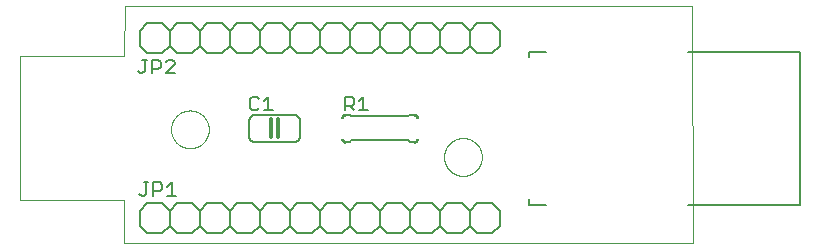
<source format=gto>
G75*
%MOIN*%
%OFA0B0*%
%FSLAX25Y25*%
%IPPOS*%
%LPD*%
%AMOC8*
5,1,8,0,0,1.08239X$1,22.5*
%
%ADD10C,0.00000*%
%ADD11C,0.00500*%
%ADD12C,0.00600*%
%ADD13C,0.01200*%
%ADD14C,0.00060*%
D10*
X0035742Y0004543D02*
X0225421Y0004380D01*
X0225257Y0083418D01*
X0036116Y0083287D01*
X0035913Y0066626D01*
X0001142Y0066829D01*
X0001000Y0018636D01*
X0035777Y0018636D01*
X0035742Y0004543D01*
X0142509Y0033078D02*
X0142511Y0033236D01*
X0142517Y0033394D01*
X0142527Y0033552D01*
X0142541Y0033710D01*
X0142559Y0033867D01*
X0142580Y0034024D01*
X0142606Y0034180D01*
X0142636Y0034336D01*
X0142669Y0034491D01*
X0142707Y0034644D01*
X0142748Y0034797D01*
X0142793Y0034949D01*
X0142842Y0035100D01*
X0142895Y0035249D01*
X0142951Y0035397D01*
X0143011Y0035543D01*
X0143075Y0035688D01*
X0143143Y0035831D01*
X0143214Y0035973D01*
X0143288Y0036113D01*
X0143366Y0036250D01*
X0143448Y0036386D01*
X0143532Y0036520D01*
X0143621Y0036651D01*
X0143712Y0036780D01*
X0143807Y0036907D01*
X0143904Y0037032D01*
X0144005Y0037154D01*
X0144109Y0037273D01*
X0144216Y0037390D01*
X0144326Y0037504D01*
X0144439Y0037615D01*
X0144554Y0037724D01*
X0144672Y0037829D01*
X0144793Y0037931D01*
X0144916Y0038031D01*
X0145042Y0038127D01*
X0145170Y0038220D01*
X0145300Y0038310D01*
X0145433Y0038396D01*
X0145568Y0038480D01*
X0145704Y0038559D01*
X0145843Y0038636D01*
X0145984Y0038708D01*
X0146126Y0038778D01*
X0146270Y0038843D01*
X0146416Y0038905D01*
X0146563Y0038963D01*
X0146712Y0039018D01*
X0146862Y0039069D01*
X0147013Y0039116D01*
X0147165Y0039159D01*
X0147318Y0039198D01*
X0147473Y0039234D01*
X0147628Y0039265D01*
X0147784Y0039293D01*
X0147940Y0039317D01*
X0148097Y0039337D01*
X0148255Y0039353D01*
X0148412Y0039365D01*
X0148571Y0039373D01*
X0148729Y0039377D01*
X0148887Y0039377D01*
X0149045Y0039373D01*
X0149204Y0039365D01*
X0149361Y0039353D01*
X0149519Y0039337D01*
X0149676Y0039317D01*
X0149832Y0039293D01*
X0149988Y0039265D01*
X0150143Y0039234D01*
X0150298Y0039198D01*
X0150451Y0039159D01*
X0150603Y0039116D01*
X0150754Y0039069D01*
X0150904Y0039018D01*
X0151053Y0038963D01*
X0151200Y0038905D01*
X0151346Y0038843D01*
X0151490Y0038778D01*
X0151632Y0038708D01*
X0151773Y0038636D01*
X0151912Y0038559D01*
X0152048Y0038480D01*
X0152183Y0038396D01*
X0152316Y0038310D01*
X0152446Y0038220D01*
X0152574Y0038127D01*
X0152700Y0038031D01*
X0152823Y0037931D01*
X0152944Y0037829D01*
X0153062Y0037724D01*
X0153177Y0037615D01*
X0153290Y0037504D01*
X0153400Y0037390D01*
X0153507Y0037273D01*
X0153611Y0037154D01*
X0153712Y0037032D01*
X0153809Y0036907D01*
X0153904Y0036780D01*
X0153995Y0036651D01*
X0154084Y0036520D01*
X0154168Y0036386D01*
X0154250Y0036250D01*
X0154328Y0036113D01*
X0154402Y0035973D01*
X0154473Y0035831D01*
X0154541Y0035688D01*
X0154605Y0035543D01*
X0154665Y0035397D01*
X0154721Y0035249D01*
X0154774Y0035100D01*
X0154823Y0034949D01*
X0154868Y0034797D01*
X0154909Y0034644D01*
X0154947Y0034491D01*
X0154980Y0034336D01*
X0155010Y0034180D01*
X0155036Y0034024D01*
X0155057Y0033867D01*
X0155075Y0033710D01*
X0155089Y0033552D01*
X0155099Y0033394D01*
X0155105Y0033236D01*
X0155107Y0033078D01*
X0155105Y0032920D01*
X0155099Y0032762D01*
X0155089Y0032604D01*
X0155075Y0032446D01*
X0155057Y0032289D01*
X0155036Y0032132D01*
X0155010Y0031976D01*
X0154980Y0031820D01*
X0154947Y0031665D01*
X0154909Y0031512D01*
X0154868Y0031359D01*
X0154823Y0031207D01*
X0154774Y0031056D01*
X0154721Y0030907D01*
X0154665Y0030759D01*
X0154605Y0030613D01*
X0154541Y0030468D01*
X0154473Y0030325D01*
X0154402Y0030183D01*
X0154328Y0030043D01*
X0154250Y0029906D01*
X0154168Y0029770D01*
X0154084Y0029636D01*
X0153995Y0029505D01*
X0153904Y0029376D01*
X0153809Y0029249D01*
X0153712Y0029124D01*
X0153611Y0029002D01*
X0153507Y0028883D01*
X0153400Y0028766D01*
X0153290Y0028652D01*
X0153177Y0028541D01*
X0153062Y0028432D01*
X0152944Y0028327D01*
X0152823Y0028225D01*
X0152700Y0028125D01*
X0152574Y0028029D01*
X0152446Y0027936D01*
X0152316Y0027846D01*
X0152183Y0027760D01*
X0152048Y0027676D01*
X0151912Y0027597D01*
X0151773Y0027520D01*
X0151632Y0027448D01*
X0151490Y0027378D01*
X0151346Y0027313D01*
X0151200Y0027251D01*
X0151053Y0027193D01*
X0150904Y0027138D01*
X0150754Y0027087D01*
X0150603Y0027040D01*
X0150451Y0026997D01*
X0150298Y0026958D01*
X0150143Y0026922D01*
X0149988Y0026891D01*
X0149832Y0026863D01*
X0149676Y0026839D01*
X0149519Y0026819D01*
X0149361Y0026803D01*
X0149204Y0026791D01*
X0149045Y0026783D01*
X0148887Y0026779D01*
X0148729Y0026779D01*
X0148571Y0026783D01*
X0148412Y0026791D01*
X0148255Y0026803D01*
X0148097Y0026819D01*
X0147940Y0026839D01*
X0147784Y0026863D01*
X0147628Y0026891D01*
X0147473Y0026922D01*
X0147318Y0026958D01*
X0147165Y0026997D01*
X0147013Y0027040D01*
X0146862Y0027087D01*
X0146712Y0027138D01*
X0146563Y0027193D01*
X0146416Y0027251D01*
X0146270Y0027313D01*
X0146126Y0027378D01*
X0145984Y0027448D01*
X0145843Y0027520D01*
X0145704Y0027597D01*
X0145568Y0027676D01*
X0145433Y0027760D01*
X0145300Y0027846D01*
X0145170Y0027936D01*
X0145042Y0028029D01*
X0144916Y0028125D01*
X0144793Y0028225D01*
X0144672Y0028327D01*
X0144554Y0028432D01*
X0144439Y0028541D01*
X0144326Y0028652D01*
X0144216Y0028766D01*
X0144109Y0028883D01*
X0144005Y0029002D01*
X0143904Y0029124D01*
X0143807Y0029249D01*
X0143712Y0029376D01*
X0143621Y0029505D01*
X0143532Y0029636D01*
X0143448Y0029770D01*
X0143366Y0029906D01*
X0143288Y0030043D01*
X0143214Y0030183D01*
X0143143Y0030325D01*
X0143075Y0030468D01*
X0143011Y0030613D01*
X0142951Y0030759D01*
X0142895Y0030907D01*
X0142842Y0031056D01*
X0142793Y0031207D01*
X0142748Y0031359D01*
X0142707Y0031512D01*
X0142669Y0031665D01*
X0142636Y0031820D01*
X0142606Y0031976D01*
X0142580Y0032132D01*
X0142559Y0032289D01*
X0142541Y0032446D01*
X0142527Y0032604D01*
X0142517Y0032762D01*
X0142511Y0032920D01*
X0142509Y0033078D01*
X0051494Y0042278D02*
X0051496Y0042436D01*
X0051502Y0042594D01*
X0051512Y0042752D01*
X0051526Y0042910D01*
X0051544Y0043067D01*
X0051565Y0043224D01*
X0051591Y0043380D01*
X0051621Y0043536D01*
X0051654Y0043691D01*
X0051692Y0043844D01*
X0051733Y0043997D01*
X0051778Y0044149D01*
X0051827Y0044300D01*
X0051880Y0044449D01*
X0051936Y0044597D01*
X0051996Y0044743D01*
X0052060Y0044888D01*
X0052128Y0045031D01*
X0052199Y0045173D01*
X0052273Y0045313D01*
X0052351Y0045450D01*
X0052433Y0045586D01*
X0052517Y0045720D01*
X0052606Y0045851D01*
X0052697Y0045980D01*
X0052792Y0046107D01*
X0052889Y0046232D01*
X0052990Y0046354D01*
X0053094Y0046473D01*
X0053201Y0046590D01*
X0053311Y0046704D01*
X0053424Y0046815D01*
X0053539Y0046924D01*
X0053657Y0047029D01*
X0053778Y0047131D01*
X0053901Y0047231D01*
X0054027Y0047327D01*
X0054155Y0047420D01*
X0054285Y0047510D01*
X0054418Y0047596D01*
X0054553Y0047680D01*
X0054689Y0047759D01*
X0054828Y0047836D01*
X0054969Y0047908D01*
X0055111Y0047978D01*
X0055255Y0048043D01*
X0055401Y0048105D01*
X0055548Y0048163D01*
X0055697Y0048218D01*
X0055847Y0048269D01*
X0055998Y0048316D01*
X0056150Y0048359D01*
X0056303Y0048398D01*
X0056458Y0048434D01*
X0056613Y0048465D01*
X0056769Y0048493D01*
X0056925Y0048517D01*
X0057082Y0048537D01*
X0057240Y0048553D01*
X0057397Y0048565D01*
X0057556Y0048573D01*
X0057714Y0048577D01*
X0057872Y0048577D01*
X0058030Y0048573D01*
X0058189Y0048565D01*
X0058346Y0048553D01*
X0058504Y0048537D01*
X0058661Y0048517D01*
X0058817Y0048493D01*
X0058973Y0048465D01*
X0059128Y0048434D01*
X0059283Y0048398D01*
X0059436Y0048359D01*
X0059588Y0048316D01*
X0059739Y0048269D01*
X0059889Y0048218D01*
X0060038Y0048163D01*
X0060185Y0048105D01*
X0060331Y0048043D01*
X0060475Y0047978D01*
X0060617Y0047908D01*
X0060758Y0047836D01*
X0060897Y0047759D01*
X0061033Y0047680D01*
X0061168Y0047596D01*
X0061301Y0047510D01*
X0061431Y0047420D01*
X0061559Y0047327D01*
X0061685Y0047231D01*
X0061808Y0047131D01*
X0061929Y0047029D01*
X0062047Y0046924D01*
X0062162Y0046815D01*
X0062275Y0046704D01*
X0062385Y0046590D01*
X0062492Y0046473D01*
X0062596Y0046354D01*
X0062697Y0046232D01*
X0062794Y0046107D01*
X0062889Y0045980D01*
X0062980Y0045851D01*
X0063069Y0045720D01*
X0063153Y0045586D01*
X0063235Y0045450D01*
X0063313Y0045313D01*
X0063387Y0045173D01*
X0063458Y0045031D01*
X0063526Y0044888D01*
X0063590Y0044743D01*
X0063650Y0044597D01*
X0063706Y0044449D01*
X0063759Y0044300D01*
X0063808Y0044149D01*
X0063853Y0043997D01*
X0063894Y0043844D01*
X0063932Y0043691D01*
X0063965Y0043536D01*
X0063995Y0043380D01*
X0064021Y0043224D01*
X0064042Y0043067D01*
X0064060Y0042910D01*
X0064074Y0042752D01*
X0064084Y0042594D01*
X0064090Y0042436D01*
X0064092Y0042278D01*
X0064090Y0042120D01*
X0064084Y0041962D01*
X0064074Y0041804D01*
X0064060Y0041646D01*
X0064042Y0041489D01*
X0064021Y0041332D01*
X0063995Y0041176D01*
X0063965Y0041020D01*
X0063932Y0040865D01*
X0063894Y0040712D01*
X0063853Y0040559D01*
X0063808Y0040407D01*
X0063759Y0040256D01*
X0063706Y0040107D01*
X0063650Y0039959D01*
X0063590Y0039813D01*
X0063526Y0039668D01*
X0063458Y0039525D01*
X0063387Y0039383D01*
X0063313Y0039243D01*
X0063235Y0039106D01*
X0063153Y0038970D01*
X0063069Y0038836D01*
X0062980Y0038705D01*
X0062889Y0038576D01*
X0062794Y0038449D01*
X0062697Y0038324D01*
X0062596Y0038202D01*
X0062492Y0038083D01*
X0062385Y0037966D01*
X0062275Y0037852D01*
X0062162Y0037741D01*
X0062047Y0037632D01*
X0061929Y0037527D01*
X0061808Y0037425D01*
X0061685Y0037325D01*
X0061559Y0037229D01*
X0061431Y0037136D01*
X0061301Y0037046D01*
X0061168Y0036960D01*
X0061033Y0036876D01*
X0060897Y0036797D01*
X0060758Y0036720D01*
X0060617Y0036648D01*
X0060475Y0036578D01*
X0060331Y0036513D01*
X0060185Y0036451D01*
X0060038Y0036393D01*
X0059889Y0036338D01*
X0059739Y0036287D01*
X0059588Y0036240D01*
X0059436Y0036197D01*
X0059283Y0036158D01*
X0059128Y0036122D01*
X0058973Y0036091D01*
X0058817Y0036063D01*
X0058661Y0036039D01*
X0058504Y0036019D01*
X0058346Y0036003D01*
X0058189Y0035991D01*
X0058030Y0035983D01*
X0057872Y0035979D01*
X0057714Y0035979D01*
X0057556Y0035983D01*
X0057397Y0035991D01*
X0057240Y0036003D01*
X0057082Y0036019D01*
X0056925Y0036039D01*
X0056769Y0036063D01*
X0056613Y0036091D01*
X0056458Y0036122D01*
X0056303Y0036158D01*
X0056150Y0036197D01*
X0055998Y0036240D01*
X0055847Y0036287D01*
X0055697Y0036338D01*
X0055548Y0036393D01*
X0055401Y0036451D01*
X0055255Y0036513D01*
X0055111Y0036578D01*
X0054969Y0036648D01*
X0054828Y0036720D01*
X0054689Y0036797D01*
X0054553Y0036876D01*
X0054418Y0036960D01*
X0054285Y0037046D01*
X0054155Y0037136D01*
X0054027Y0037229D01*
X0053901Y0037325D01*
X0053778Y0037425D01*
X0053657Y0037527D01*
X0053539Y0037632D01*
X0053424Y0037741D01*
X0053311Y0037852D01*
X0053201Y0037966D01*
X0053094Y0038083D01*
X0052990Y0038202D01*
X0052889Y0038324D01*
X0052792Y0038449D01*
X0052697Y0038576D01*
X0052606Y0038705D01*
X0052517Y0038836D01*
X0052433Y0038970D01*
X0052351Y0039106D01*
X0052273Y0039243D01*
X0052199Y0039383D01*
X0052128Y0039525D01*
X0052060Y0039668D01*
X0051996Y0039813D01*
X0051936Y0039959D01*
X0051880Y0040107D01*
X0051827Y0040256D01*
X0051778Y0040407D01*
X0051733Y0040559D01*
X0051692Y0040712D01*
X0051654Y0040865D01*
X0051621Y0041020D01*
X0051591Y0041176D01*
X0051565Y0041332D01*
X0051544Y0041489D01*
X0051526Y0041646D01*
X0051512Y0041804D01*
X0051502Y0041962D01*
X0051496Y0042120D01*
X0051494Y0042278D01*
D11*
X0077773Y0049385D02*
X0078524Y0048634D01*
X0080025Y0048634D01*
X0080776Y0049385D01*
X0082377Y0048634D02*
X0085380Y0048634D01*
X0083878Y0048634D02*
X0083878Y0053138D01*
X0082377Y0051636D01*
X0080776Y0052387D02*
X0080025Y0053138D01*
X0078524Y0053138D01*
X0077773Y0052387D01*
X0077773Y0049385D01*
X0109525Y0050135D02*
X0111777Y0050135D01*
X0112528Y0050886D01*
X0112528Y0052387D01*
X0111777Y0053138D01*
X0109525Y0053138D01*
X0109525Y0048634D01*
X0111027Y0050135D02*
X0112528Y0048634D01*
X0114129Y0048634D02*
X0117132Y0048634D01*
X0115630Y0048634D02*
X0115630Y0053138D01*
X0114129Y0051636D01*
X0170735Y0066258D02*
X0170735Y0068226D01*
X0176641Y0068226D01*
X0223885Y0068226D02*
X0261286Y0068226D01*
X0261286Y0017045D01*
X0223885Y0017045D01*
X0176641Y0017045D02*
X0170735Y0017045D01*
X0170735Y0019014D01*
X0053171Y0020086D02*
X0050169Y0020086D01*
X0051670Y0020086D02*
X0051670Y0024590D01*
X0050169Y0023088D01*
X0048567Y0022338D02*
X0047817Y0021587D01*
X0045565Y0021587D01*
X0043213Y0020837D02*
X0043213Y0024590D01*
X0043963Y0024590D02*
X0042462Y0024590D01*
X0045565Y0024590D02*
X0047817Y0024590D01*
X0048567Y0023839D01*
X0048567Y0022338D01*
X0045565Y0020086D02*
X0045565Y0024590D01*
X0043213Y0020837D02*
X0042462Y0020086D01*
X0041711Y0020086D01*
X0040961Y0020837D01*
X0041195Y0060974D02*
X0041946Y0060974D01*
X0042696Y0061725D01*
X0042696Y0065478D01*
X0041946Y0065478D02*
X0043447Y0065478D01*
X0045048Y0065478D02*
X0047300Y0065478D01*
X0048051Y0064728D01*
X0048051Y0063226D01*
X0047300Y0062476D01*
X0045048Y0062476D01*
X0045048Y0060974D02*
X0045048Y0065478D01*
X0049652Y0064728D02*
X0050403Y0065478D01*
X0051904Y0065478D01*
X0052655Y0064728D01*
X0052655Y0063977D01*
X0049652Y0060974D01*
X0052655Y0060974D01*
X0041195Y0060974D02*
X0040444Y0061725D01*
D12*
X0043511Y0067636D02*
X0048511Y0067636D01*
X0051011Y0070136D01*
X0053511Y0067636D01*
X0058511Y0067636D01*
X0061011Y0070136D01*
X0061011Y0075136D01*
X0058511Y0077636D01*
X0053511Y0077636D01*
X0051011Y0075136D01*
X0051011Y0070136D01*
X0043511Y0067636D02*
X0041011Y0070136D01*
X0041011Y0075136D01*
X0043511Y0077636D01*
X0048511Y0077636D01*
X0051011Y0075136D01*
X0061011Y0075136D02*
X0063511Y0077636D01*
X0068511Y0077636D01*
X0071011Y0075136D01*
X0073511Y0077636D01*
X0078511Y0077636D01*
X0081011Y0075136D01*
X0083511Y0077636D01*
X0088511Y0077636D01*
X0091011Y0075136D01*
X0091011Y0070136D01*
X0088511Y0067636D01*
X0083511Y0067636D01*
X0081011Y0070136D01*
X0078511Y0067636D01*
X0073511Y0067636D01*
X0071011Y0070136D01*
X0068511Y0067636D01*
X0063511Y0067636D01*
X0061011Y0070136D01*
X0071011Y0070136D02*
X0071011Y0075136D01*
X0081011Y0075136D02*
X0081011Y0070136D01*
X0091011Y0070136D02*
X0093511Y0067636D01*
X0098511Y0067636D01*
X0101011Y0070136D01*
X0103511Y0067636D01*
X0108511Y0067636D01*
X0111011Y0070136D01*
X0113511Y0067636D01*
X0118511Y0067636D01*
X0121011Y0070136D01*
X0121011Y0075136D01*
X0118511Y0077636D01*
X0113511Y0077636D01*
X0111011Y0075136D01*
X0111011Y0070136D01*
X0121011Y0070136D02*
X0123511Y0067636D01*
X0128511Y0067636D01*
X0131011Y0070136D01*
X0133511Y0067636D01*
X0138511Y0067636D01*
X0141011Y0070136D01*
X0143511Y0067636D01*
X0148511Y0067636D01*
X0151011Y0070136D01*
X0153511Y0067636D01*
X0158511Y0067636D01*
X0161011Y0070136D01*
X0161011Y0075136D01*
X0158511Y0077636D01*
X0153511Y0077636D01*
X0151011Y0075136D01*
X0151011Y0070136D01*
X0141011Y0070136D02*
X0141011Y0075136D01*
X0143511Y0077636D01*
X0148511Y0077636D01*
X0151011Y0075136D01*
X0141011Y0075136D02*
X0138511Y0077636D01*
X0133511Y0077636D01*
X0131011Y0075136D01*
X0131011Y0070136D01*
X0131011Y0075136D02*
X0128511Y0077636D01*
X0123511Y0077636D01*
X0121011Y0075136D01*
X0111011Y0075136D02*
X0108511Y0077636D01*
X0103511Y0077636D01*
X0101011Y0075136D01*
X0101011Y0070136D01*
X0101011Y0075136D02*
X0098511Y0077636D01*
X0093511Y0077636D01*
X0091011Y0075136D01*
X0092511Y0047136D02*
X0079511Y0047136D01*
X0079424Y0047134D01*
X0079337Y0047128D01*
X0079250Y0047119D01*
X0079164Y0047106D01*
X0079078Y0047089D01*
X0078993Y0047068D01*
X0078910Y0047043D01*
X0078827Y0047015D01*
X0078746Y0046984D01*
X0078666Y0046949D01*
X0078588Y0046910D01*
X0078511Y0046868D01*
X0078436Y0046823D01*
X0078364Y0046774D01*
X0078293Y0046723D01*
X0078225Y0046668D01*
X0078160Y0046611D01*
X0078097Y0046550D01*
X0078036Y0046487D01*
X0077979Y0046422D01*
X0077924Y0046354D01*
X0077873Y0046283D01*
X0077824Y0046211D01*
X0077779Y0046136D01*
X0077737Y0046059D01*
X0077698Y0045981D01*
X0077663Y0045901D01*
X0077632Y0045820D01*
X0077604Y0045737D01*
X0077579Y0045654D01*
X0077558Y0045569D01*
X0077541Y0045483D01*
X0077528Y0045397D01*
X0077519Y0045310D01*
X0077513Y0045223D01*
X0077511Y0045136D01*
X0077511Y0040136D01*
X0077513Y0040049D01*
X0077519Y0039962D01*
X0077528Y0039875D01*
X0077541Y0039789D01*
X0077558Y0039703D01*
X0077579Y0039618D01*
X0077604Y0039535D01*
X0077632Y0039452D01*
X0077663Y0039371D01*
X0077698Y0039291D01*
X0077737Y0039213D01*
X0077779Y0039136D01*
X0077824Y0039061D01*
X0077873Y0038989D01*
X0077924Y0038918D01*
X0077979Y0038850D01*
X0078036Y0038785D01*
X0078097Y0038722D01*
X0078160Y0038661D01*
X0078225Y0038604D01*
X0078293Y0038549D01*
X0078364Y0038498D01*
X0078436Y0038449D01*
X0078511Y0038404D01*
X0078588Y0038362D01*
X0078666Y0038323D01*
X0078746Y0038288D01*
X0078827Y0038257D01*
X0078910Y0038229D01*
X0078993Y0038204D01*
X0079078Y0038183D01*
X0079164Y0038166D01*
X0079250Y0038153D01*
X0079337Y0038144D01*
X0079424Y0038138D01*
X0079511Y0038136D01*
X0092511Y0038136D01*
X0092598Y0038138D01*
X0092685Y0038144D01*
X0092772Y0038153D01*
X0092858Y0038166D01*
X0092944Y0038183D01*
X0093029Y0038204D01*
X0093112Y0038229D01*
X0093195Y0038257D01*
X0093276Y0038288D01*
X0093356Y0038323D01*
X0093434Y0038362D01*
X0093511Y0038404D01*
X0093586Y0038449D01*
X0093658Y0038498D01*
X0093729Y0038549D01*
X0093797Y0038604D01*
X0093862Y0038661D01*
X0093925Y0038722D01*
X0093986Y0038785D01*
X0094043Y0038850D01*
X0094098Y0038918D01*
X0094149Y0038989D01*
X0094198Y0039061D01*
X0094243Y0039136D01*
X0094285Y0039213D01*
X0094324Y0039291D01*
X0094359Y0039371D01*
X0094390Y0039452D01*
X0094418Y0039535D01*
X0094443Y0039618D01*
X0094464Y0039703D01*
X0094481Y0039789D01*
X0094494Y0039875D01*
X0094503Y0039962D01*
X0094509Y0040049D01*
X0094511Y0040136D01*
X0094511Y0045136D01*
X0094509Y0045223D01*
X0094503Y0045310D01*
X0094494Y0045397D01*
X0094481Y0045483D01*
X0094464Y0045569D01*
X0094443Y0045654D01*
X0094418Y0045737D01*
X0094390Y0045820D01*
X0094359Y0045901D01*
X0094324Y0045981D01*
X0094285Y0046059D01*
X0094243Y0046136D01*
X0094198Y0046211D01*
X0094149Y0046283D01*
X0094098Y0046354D01*
X0094043Y0046422D01*
X0093986Y0046487D01*
X0093925Y0046550D01*
X0093862Y0046611D01*
X0093797Y0046668D01*
X0093729Y0046723D01*
X0093658Y0046774D01*
X0093586Y0046823D01*
X0093511Y0046868D01*
X0093434Y0046910D01*
X0093356Y0046949D01*
X0093276Y0046984D01*
X0093195Y0047015D01*
X0093112Y0047043D01*
X0093029Y0047068D01*
X0092944Y0047089D01*
X0092858Y0047106D01*
X0092772Y0047119D01*
X0092685Y0047128D01*
X0092598Y0047134D01*
X0092511Y0047136D01*
X0109511Y0047136D02*
X0111011Y0047136D01*
X0111511Y0046636D01*
X0130511Y0046636D01*
X0131011Y0047136D01*
X0132511Y0047136D01*
X0130511Y0038636D02*
X0111511Y0038636D01*
X0111011Y0038136D01*
X0109511Y0038136D01*
X0130511Y0038636D02*
X0131011Y0038136D01*
X0132511Y0038136D01*
X0133511Y0017636D02*
X0131011Y0015136D01*
X0131011Y0010136D01*
X0133511Y0007636D01*
X0138511Y0007636D01*
X0141011Y0010136D01*
X0143511Y0007636D01*
X0148511Y0007636D01*
X0151011Y0010136D01*
X0153511Y0007636D01*
X0158511Y0007636D01*
X0161011Y0010136D01*
X0161011Y0015136D01*
X0158511Y0017636D01*
X0153511Y0017636D01*
X0151011Y0015136D01*
X0151011Y0010136D01*
X0141011Y0010136D02*
X0141011Y0015136D01*
X0143511Y0017636D01*
X0148511Y0017636D01*
X0151011Y0015136D01*
X0141011Y0015136D02*
X0138511Y0017636D01*
X0133511Y0017636D01*
X0131011Y0015136D02*
X0128511Y0017636D01*
X0123511Y0017636D01*
X0121011Y0015136D01*
X0121011Y0010136D01*
X0118511Y0007636D01*
X0113511Y0007636D01*
X0111011Y0010136D01*
X0108511Y0007636D01*
X0103511Y0007636D01*
X0101011Y0010136D01*
X0098511Y0007636D01*
X0093511Y0007636D01*
X0091011Y0010136D01*
X0088511Y0007636D01*
X0083511Y0007636D01*
X0081011Y0010136D01*
X0078511Y0007636D01*
X0073511Y0007636D01*
X0071011Y0010136D01*
X0068511Y0007636D01*
X0063511Y0007636D01*
X0061011Y0010136D01*
X0058511Y0007636D01*
X0053511Y0007636D01*
X0051011Y0010136D01*
X0048511Y0007636D01*
X0043511Y0007636D01*
X0041011Y0010136D01*
X0041011Y0015136D01*
X0043511Y0017636D01*
X0048511Y0017636D01*
X0051011Y0015136D01*
X0053511Y0017636D01*
X0058511Y0017636D01*
X0061011Y0015136D01*
X0061011Y0010136D01*
X0071011Y0010136D02*
X0071011Y0015136D01*
X0073511Y0017636D01*
X0078511Y0017636D01*
X0081011Y0015136D01*
X0083511Y0017636D01*
X0088511Y0017636D01*
X0091011Y0015136D01*
X0091011Y0010136D01*
X0101011Y0010136D02*
X0101011Y0015136D01*
X0103511Y0017636D01*
X0108511Y0017636D01*
X0111011Y0015136D01*
X0113511Y0017636D01*
X0118511Y0017636D01*
X0121011Y0015136D01*
X0111011Y0015136D02*
X0111011Y0010136D01*
X0121011Y0010136D02*
X0123511Y0007636D01*
X0128511Y0007636D01*
X0131011Y0010136D01*
X0101011Y0015136D02*
X0098511Y0017636D01*
X0093511Y0017636D01*
X0091011Y0015136D01*
X0081011Y0015136D02*
X0081011Y0010136D01*
X0071011Y0015136D02*
X0068511Y0017636D01*
X0063511Y0017636D01*
X0061011Y0015136D01*
X0051011Y0015136D02*
X0051011Y0010136D01*
D13*
X0084811Y0039636D02*
X0084811Y0045636D01*
X0087311Y0045636D02*
X0087311Y0039636D01*
D14*
X0108242Y0039107D02*
X0108782Y0039107D01*
X0108782Y0039106D02*
X0108786Y0039054D01*
X0108793Y0039003D01*
X0108804Y0038953D01*
X0108819Y0038903D01*
X0108837Y0038855D01*
X0108859Y0038808D01*
X0108884Y0038762D01*
X0108912Y0038719D01*
X0108943Y0038678D01*
X0108977Y0038638D01*
X0109013Y0038602D01*
X0109053Y0038568D01*
X0109094Y0038537D01*
X0109137Y0038509D01*
X0109183Y0038484D01*
X0109230Y0038462D01*
X0109278Y0038444D01*
X0109328Y0038429D01*
X0109378Y0038418D01*
X0109429Y0038411D01*
X0109481Y0038407D01*
X0109482Y0037867D01*
X0109481Y0037866D01*
X0109412Y0037870D01*
X0109343Y0037877D01*
X0109275Y0037888D01*
X0109208Y0037903D01*
X0109141Y0037921D01*
X0109075Y0037943D01*
X0109011Y0037968D01*
X0108948Y0037997D01*
X0108887Y0038030D01*
X0108828Y0038065D01*
X0108771Y0038104D01*
X0108716Y0038146D01*
X0108663Y0038190D01*
X0108613Y0038238D01*
X0108565Y0038288D01*
X0108521Y0038341D01*
X0108479Y0038396D01*
X0108440Y0038453D01*
X0108405Y0038512D01*
X0108372Y0038573D01*
X0108343Y0038636D01*
X0108318Y0038700D01*
X0108296Y0038766D01*
X0108278Y0038833D01*
X0108263Y0038900D01*
X0108252Y0038968D01*
X0108245Y0039037D01*
X0108241Y0039106D01*
X0108297Y0039106D01*
X0108301Y0039038D01*
X0108308Y0038970D01*
X0108320Y0038902D01*
X0108335Y0038836D01*
X0108354Y0038770D01*
X0108376Y0038705D01*
X0108402Y0038642D01*
X0108432Y0038580D01*
X0108465Y0038520D01*
X0108501Y0038462D01*
X0108541Y0038407D01*
X0108583Y0038353D01*
X0108629Y0038302D01*
X0108677Y0038254D01*
X0108728Y0038208D01*
X0108782Y0038166D01*
X0108837Y0038126D01*
X0108895Y0038090D01*
X0108955Y0038057D01*
X0109017Y0038027D01*
X0109080Y0038001D01*
X0109145Y0037979D01*
X0109211Y0037960D01*
X0109277Y0037945D01*
X0109345Y0037933D01*
X0109413Y0037926D01*
X0109481Y0037922D01*
X0109481Y0037978D01*
X0109413Y0037982D01*
X0109346Y0037990D01*
X0109280Y0038001D01*
X0109214Y0038017D01*
X0109149Y0038036D01*
X0109085Y0038059D01*
X0109023Y0038086D01*
X0108963Y0038116D01*
X0108904Y0038150D01*
X0108847Y0038187D01*
X0108793Y0038227D01*
X0108741Y0038271D01*
X0108692Y0038317D01*
X0108646Y0038366D01*
X0108602Y0038418D01*
X0108562Y0038472D01*
X0108525Y0038529D01*
X0108491Y0038588D01*
X0108461Y0038648D01*
X0108434Y0038710D01*
X0108411Y0038774D01*
X0108392Y0038839D01*
X0108376Y0038905D01*
X0108365Y0038971D01*
X0108357Y0039038D01*
X0108353Y0039106D01*
X0108409Y0039106D01*
X0108413Y0039042D01*
X0108420Y0038978D01*
X0108431Y0038915D01*
X0108446Y0038852D01*
X0108465Y0038791D01*
X0108486Y0038730D01*
X0108512Y0038671D01*
X0108541Y0038614D01*
X0108573Y0038558D01*
X0108608Y0038504D01*
X0108646Y0038453D01*
X0108688Y0038404D01*
X0108732Y0038357D01*
X0108779Y0038313D01*
X0108828Y0038271D01*
X0108879Y0038233D01*
X0108933Y0038198D01*
X0108989Y0038166D01*
X0109046Y0038137D01*
X0109105Y0038111D01*
X0109166Y0038090D01*
X0109227Y0038071D01*
X0109290Y0038056D01*
X0109353Y0038045D01*
X0109417Y0038038D01*
X0109481Y0038034D01*
X0109481Y0038090D01*
X0109418Y0038094D01*
X0109355Y0038102D01*
X0109293Y0038113D01*
X0109231Y0038128D01*
X0109171Y0038147D01*
X0109111Y0038169D01*
X0109054Y0038195D01*
X0108998Y0038225D01*
X0108943Y0038257D01*
X0108891Y0038293D01*
X0108841Y0038332D01*
X0108794Y0038374D01*
X0108749Y0038419D01*
X0108707Y0038466D01*
X0108668Y0038516D01*
X0108632Y0038568D01*
X0108600Y0038623D01*
X0108570Y0038679D01*
X0108544Y0038736D01*
X0108522Y0038796D01*
X0108503Y0038856D01*
X0108488Y0038918D01*
X0108477Y0038980D01*
X0108469Y0039043D01*
X0108465Y0039106D01*
X0108521Y0039106D01*
X0108525Y0039044D01*
X0108533Y0038982D01*
X0108545Y0038921D01*
X0108560Y0038861D01*
X0108579Y0038801D01*
X0108602Y0038743D01*
X0108629Y0038687D01*
X0108659Y0038632D01*
X0108692Y0038580D01*
X0108729Y0038529D01*
X0108768Y0038481D01*
X0108811Y0038436D01*
X0108856Y0038393D01*
X0108904Y0038354D01*
X0108955Y0038317D01*
X0109007Y0038284D01*
X0109062Y0038254D01*
X0109118Y0038227D01*
X0109176Y0038204D01*
X0109236Y0038185D01*
X0109296Y0038170D01*
X0109357Y0038158D01*
X0109419Y0038150D01*
X0109481Y0038146D01*
X0109481Y0038202D01*
X0109423Y0038206D01*
X0109364Y0038214D01*
X0109307Y0038225D01*
X0109250Y0038239D01*
X0109194Y0038257D01*
X0109140Y0038279D01*
X0109087Y0038304D01*
X0109035Y0038332D01*
X0108986Y0038364D01*
X0108938Y0038398D01*
X0108893Y0038435D01*
X0108851Y0038476D01*
X0108810Y0038518D01*
X0108773Y0038563D01*
X0108739Y0038611D01*
X0108707Y0038660D01*
X0108679Y0038712D01*
X0108654Y0038765D01*
X0108632Y0038819D01*
X0108614Y0038875D01*
X0108600Y0038932D01*
X0108589Y0038989D01*
X0108581Y0039048D01*
X0108577Y0039106D01*
X0108634Y0039106D01*
X0108637Y0039049D01*
X0108645Y0038992D01*
X0108656Y0038936D01*
X0108671Y0038880D01*
X0108690Y0038826D01*
X0108712Y0038773D01*
X0108737Y0038722D01*
X0108766Y0038672D01*
X0108797Y0038624D01*
X0108832Y0038579D01*
X0108870Y0038536D01*
X0108911Y0038495D01*
X0108954Y0038457D01*
X0108999Y0038422D01*
X0109047Y0038391D01*
X0109097Y0038362D01*
X0109148Y0038337D01*
X0109201Y0038315D01*
X0109255Y0038296D01*
X0109311Y0038281D01*
X0109367Y0038270D01*
X0109424Y0038262D01*
X0109481Y0038259D01*
X0109481Y0038315D01*
X0109425Y0038318D01*
X0109370Y0038326D01*
X0109315Y0038338D01*
X0109261Y0038353D01*
X0109208Y0038372D01*
X0109157Y0038394D01*
X0109108Y0038420D01*
X0109060Y0038449D01*
X0109014Y0038481D01*
X0108971Y0038517D01*
X0108930Y0038555D01*
X0108892Y0038596D01*
X0108856Y0038639D01*
X0108824Y0038685D01*
X0108795Y0038733D01*
X0108769Y0038782D01*
X0108747Y0038833D01*
X0108728Y0038886D01*
X0108713Y0038940D01*
X0108701Y0038995D01*
X0108693Y0039050D01*
X0108690Y0039106D01*
X0108746Y0039106D01*
X0108750Y0039052D01*
X0108758Y0038998D01*
X0108769Y0038945D01*
X0108785Y0038893D01*
X0108804Y0038842D01*
X0108827Y0038792D01*
X0108853Y0038744D01*
X0108882Y0038699D01*
X0108915Y0038655D01*
X0108950Y0038614D01*
X0108989Y0038575D01*
X0109030Y0038540D01*
X0109074Y0038507D01*
X0109119Y0038478D01*
X0109167Y0038452D01*
X0109217Y0038429D01*
X0109268Y0038410D01*
X0109320Y0038394D01*
X0109373Y0038383D01*
X0109427Y0038375D01*
X0109481Y0038371D01*
X0109482Y0047405D02*
X0109482Y0046865D01*
X0109481Y0046865D02*
X0109429Y0046861D01*
X0109378Y0046854D01*
X0109328Y0046843D01*
X0109278Y0046828D01*
X0109230Y0046810D01*
X0109183Y0046788D01*
X0109137Y0046763D01*
X0109094Y0046735D01*
X0109053Y0046704D01*
X0109013Y0046670D01*
X0108977Y0046634D01*
X0108943Y0046594D01*
X0108912Y0046553D01*
X0108884Y0046510D01*
X0108859Y0046464D01*
X0108837Y0046417D01*
X0108819Y0046369D01*
X0108804Y0046319D01*
X0108793Y0046269D01*
X0108786Y0046218D01*
X0108782Y0046166D01*
X0108242Y0046165D01*
X0108241Y0046166D01*
X0108245Y0046235D01*
X0108252Y0046304D01*
X0108263Y0046372D01*
X0108278Y0046439D01*
X0108296Y0046506D01*
X0108318Y0046572D01*
X0108343Y0046636D01*
X0108372Y0046699D01*
X0108405Y0046760D01*
X0108440Y0046819D01*
X0108479Y0046876D01*
X0108521Y0046931D01*
X0108565Y0046984D01*
X0108613Y0047034D01*
X0108663Y0047082D01*
X0108716Y0047126D01*
X0108771Y0047168D01*
X0108828Y0047207D01*
X0108887Y0047242D01*
X0108948Y0047275D01*
X0109011Y0047304D01*
X0109075Y0047329D01*
X0109141Y0047351D01*
X0109208Y0047369D01*
X0109275Y0047384D01*
X0109343Y0047395D01*
X0109412Y0047402D01*
X0109481Y0047406D01*
X0109481Y0047350D01*
X0109413Y0047346D01*
X0109345Y0047339D01*
X0109277Y0047327D01*
X0109211Y0047312D01*
X0109145Y0047293D01*
X0109080Y0047271D01*
X0109017Y0047245D01*
X0108955Y0047215D01*
X0108895Y0047182D01*
X0108837Y0047146D01*
X0108782Y0047106D01*
X0108728Y0047064D01*
X0108677Y0047018D01*
X0108629Y0046970D01*
X0108583Y0046919D01*
X0108541Y0046865D01*
X0108501Y0046810D01*
X0108465Y0046752D01*
X0108432Y0046692D01*
X0108402Y0046630D01*
X0108376Y0046567D01*
X0108354Y0046502D01*
X0108335Y0046436D01*
X0108320Y0046370D01*
X0108308Y0046302D01*
X0108301Y0046234D01*
X0108297Y0046166D01*
X0108353Y0046166D01*
X0108357Y0046234D01*
X0108365Y0046301D01*
X0108376Y0046367D01*
X0108392Y0046433D01*
X0108411Y0046498D01*
X0108434Y0046562D01*
X0108461Y0046624D01*
X0108491Y0046684D01*
X0108525Y0046743D01*
X0108562Y0046800D01*
X0108602Y0046854D01*
X0108646Y0046906D01*
X0108692Y0046955D01*
X0108741Y0047001D01*
X0108793Y0047045D01*
X0108847Y0047085D01*
X0108904Y0047122D01*
X0108963Y0047156D01*
X0109023Y0047186D01*
X0109085Y0047213D01*
X0109149Y0047236D01*
X0109214Y0047255D01*
X0109280Y0047271D01*
X0109346Y0047282D01*
X0109413Y0047290D01*
X0109481Y0047294D01*
X0109481Y0047238D01*
X0109417Y0047234D01*
X0109353Y0047227D01*
X0109290Y0047216D01*
X0109227Y0047201D01*
X0109166Y0047182D01*
X0109105Y0047161D01*
X0109046Y0047135D01*
X0108989Y0047106D01*
X0108933Y0047074D01*
X0108879Y0047039D01*
X0108828Y0047001D01*
X0108779Y0046959D01*
X0108732Y0046915D01*
X0108688Y0046868D01*
X0108646Y0046819D01*
X0108608Y0046768D01*
X0108573Y0046714D01*
X0108541Y0046658D01*
X0108512Y0046601D01*
X0108486Y0046542D01*
X0108465Y0046481D01*
X0108446Y0046420D01*
X0108431Y0046357D01*
X0108420Y0046294D01*
X0108413Y0046230D01*
X0108409Y0046166D01*
X0108465Y0046166D01*
X0108469Y0046229D01*
X0108477Y0046292D01*
X0108488Y0046354D01*
X0108503Y0046416D01*
X0108522Y0046476D01*
X0108544Y0046536D01*
X0108570Y0046593D01*
X0108600Y0046649D01*
X0108632Y0046704D01*
X0108668Y0046756D01*
X0108707Y0046806D01*
X0108749Y0046853D01*
X0108794Y0046898D01*
X0108841Y0046940D01*
X0108891Y0046979D01*
X0108943Y0047015D01*
X0108998Y0047047D01*
X0109054Y0047077D01*
X0109111Y0047103D01*
X0109171Y0047125D01*
X0109231Y0047144D01*
X0109293Y0047159D01*
X0109355Y0047170D01*
X0109418Y0047178D01*
X0109481Y0047182D01*
X0109481Y0047126D01*
X0109419Y0047122D01*
X0109357Y0047114D01*
X0109296Y0047102D01*
X0109236Y0047087D01*
X0109176Y0047068D01*
X0109118Y0047045D01*
X0109062Y0047018D01*
X0109007Y0046988D01*
X0108955Y0046955D01*
X0108904Y0046918D01*
X0108856Y0046879D01*
X0108811Y0046836D01*
X0108768Y0046791D01*
X0108729Y0046743D01*
X0108692Y0046692D01*
X0108659Y0046640D01*
X0108629Y0046585D01*
X0108602Y0046529D01*
X0108579Y0046471D01*
X0108560Y0046411D01*
X0108545Y0046351D01*
X0108533Y0046290D01*
X0108525Y0046228D01*
X0108521Y0046166D01*
X0108577Y0046166D01*
X0108581Y0046224D01*
X0108589Y0046283D01*
X0108600Y0046340D01*
X0108614Y0046397D01*
X0108632Y0046453D01*
X0108654Y0046507D01*
X0108679Y0046560D01*
X0108707Y0046612D01*
X0108739Y0046661D01*
X0108773Y0046709D01*
X0108810Y0046754D01*
X0108851Y0046796D01*
X0108893Y0046837D01*
X0108938Y0046874D01*
X0108986Y0046908D01*
X0109035Y0046940D01*
X0109087Y0046968D01*
X0109140Y0046993D01*
X0109194Y0047015D01*
X0109250Y0047033D01*
X0109307Y0047047D01*
X0109364Y0047058D01*
X0109423Y0047066D01*
X0109481Y0047070D01*
X0109481Y0047013D01*
X0109424Y0047010D01*
X0109367Y0047002D01*
X0109311Y0046991D01*
X0109255Y0046976D01*
X0109201Y0046957D01*
X0109148Y0046935D01*
X0109097Y0046910D01*
X0109047Y0046881D01*
X0108999Y0046850D01*
X0108954Y0046815D01*
X0108911Y0046777D01*
X0108870Y0046736D01*
X0108832Y0046693D01*
X0108797Y0046648D01*
X0108766Y0046600D01*
X0108737Y0046550D01*
X0108712Y0046499D01*
X0108690Y0046446D01*
X0108671Y0046392D01*
X0108656Y0046336D01*
X0108645Y0046280D01*
X0108637Y0046223D01*
X0108634Y0046166D01*
X0108690Y0046166D01*
X0108693Y0046222D01*
X0108701Y0046277D01*
X0108713Y0046332D01*
X0108728Y0046386D01*
X0108747Y0046439D01*
X0108769Y0046490D01*
X0108795Y0046539D01*
X0108824Y0046587D01*
X0108856Y0046633D01*
X0108892Y0046676D01*
X0108930Y0046717D01*
X0108971Y0046755D01*
X0109014Y0046791D01*
X0109060Y0046823D01*
X0109108Y0046852D01*
X0109157Y0046878D01*
X0109208Y0046900D01*
X0109261Y0046919D01*
X0109315Y0046934D01*
X0109370Y0046946D01*
X0109425Y0046954D01*
X0109481Y0046957D01*
X0109481Y0046901D01*
X0109427Y0046897D01*
X0109373Y0046889D01*
X0109320Y0046878D01*
X0109268Y0046862D01*
X0109217Y0046843D01*
X0109167Y0046820D01*
X0109119Y0046794D01*
X0109074Y0046765D01*
X0109030Y0046732D01*
X0108989Y0046697D01*
X0108950Y0046658D01*
X0108915Y0046617D01*
X0108882Y0046573D01*
X0108853Y0046528D01*
X0108827Y0046480D01*
X0108804Y0046430D01*
X0108785Y0046379D01*
X0108769Y0046327D01*
X0108758Y0046274D01*
X0108750Y0046220D01*
X0108746Y0046166D01*
X0133780Y0046165D02*
X0133240Y0046165D01*
X0133240Y0046166D02*
X0133236Y0046218D01*
X0133229Y0046269D01*
X0133218Y0046319D01*
X0133203Y0046369D01*
X0133185Y0046417D01*
X0133163Y0046464D01*
X0133138Y0046510D01*
X0133110Y0046553D01*
X0133079Y0046594D01*
X0133045Y0046634D01*
X0133009Y0046670D01*
X0132969Y0046704D01*
X0132928Y0046735D01*
X0132885Y0046763D01*
X0132839Y0046788D01*
X0132792Y0046810D01*
X0132744Y0046828D01*
X0132694Y0046843D01*
X0132644Y0046854D01*
X0132593Y0046861D01*
X0132541Y0046865D01*
X0132540Y0047405D01*
X0132541Y0047406D01*
X0132610Y0047402D01*
X0132679Y0047395D01*
X0132747Y0047384D01*
X0132814Y0047369D01*
X0132881Y0047351D01*
X0132947Y0047329D01*
X0133011Y0047304D01*
X0133074Y0047275D01*
X0133135Y0047242D01*
X0133194Y0047207D01*
X0133251Y0047168D01*
X0133306Y0047126D01*
X0133359Y0047082D01*
X0133409Y0047034D01*
X0133457Y0046984D01*
X0133501Y0046931D01*
X0133543Y0046876D01*
X0133582Y0046819D01*
X0133617Y0046760D01*
X0133650Y0046699D01*
X0133679Y0046636D01*
X0133704Y0046572D01*
X0133726Y0046506D01*
X0133744Y0046439D01*
X0133759Y0046372D01*
X0133770Y0046304D01*
X0133777Y0046235D01*
X0133781Y0046166D01*
X0133725Y0046166D01*
X0133721Y0046234D01*
X0133714Y0046302D01*
X0133702Y0046370D01*
X0133687Y0046436D01*
X0133668Y0046502D01*
X0133646Y0046567D01*
X0133620Y0046630D01*
X0133590Y0046692D01*
X0133557Y0046752D01*
X0133521Y0046810D01*
X0133481Y0046865D01*
X0133439Y0046919D01*
X0133393Y0046970D01*
X0133345Y0047018D01*
X0133294Y0047064D01*
X0133240Y0047106D01*
X0133185Y0047146D01*
X0133127Y0047182D01*
X0133067Y0047215D01*
X0133005Y0047245D01*
X0132942Y0047271D01*
X0132877Y0047293D01*
X0132811Y0047312D01*
X0132745Y0047327D01*
X0132677Y0047339D01*
X0132609Y0047346D01*
X0132541Y0047350D01*
X0132541Y0047294D01*
X0132609Y0047290D01*
X0132676Y0047282D01*
X0132742Y0047271D01*
X0132808Y0047255D01*
X0132873Y0047236D01*
X0132937Y0047213D01*
X0132999Y0047186D01*
X0133059Y0047156D01*
X0133118Y0047122D01*
X0133175Y0047085D01*
X0133229Y0047045D01*
X0133281Y0047001D01*
X0133330Y0046955D01*
X0133376Y0046906D01*
X0133420Y0046854D01*
X0133460Y0046800D01*
X0133497Y0046743D01*
X0133531Y0046684D01*
X0133561Y0046624D01*
X0133588Y0046562D01*
X0133611Y0046498D01*
X0133630Y0046433D01*
X0133646Y0046367D01*
X0133657Y0046301D01*
X0133665Y0046234D01*
X0133669Y0046166D01*
X0133613Y0046166D01*
X0133609Y0046230D01*
X0133602Y0046294D01*
X0133591Y0046357D01*
X0133576Y0046420D01*
X0133557Y0046481D01*
X0133536Y0046542D01*
X0133510Y0046601D01*
X0133481Y0046658D01*
X0133449Y0046714D01*
X0133414Y0046768D01*
X0133376Y0046819D01*
X0133334Y0046868D01*
X0133290Y0046915D01*
X0133243Y0046959D01*
X0133194Y0047001D01*
X0133143Y0047039D01*
X0133089Y0047074D01*
X0133033Y0047106D01*
X0132976Y0047135D01*
X0132917Y0047161D01*
X0132856Y0047182D01*
X0132795Y0047201D01*
X0132732Y0047216D01*
X0132669Y0047227D01*
X0132605Y0047234D01*
X0132541Y0047238D01*
X0132541Y0047182D01*
X0132604Y0047178D01*
X0132667Y0047170D01*
X0132729Y0047159D01*
X0132791Y0047144D01*
X0132851Y0047125D01*
X0132911Y0047103D01*
X0132968Y0047077D01*
X0133024Y0047047D01*
X0133079Y0047015D01*
X0133131Y0046979D01*
X0133181Y0046940D01*
X0133228Y0046898D01*
X0133273Y0046853D01*
X0133315Y0046806D01*
X0133354Y0046756D01*
X0133390Y0046704D01*
X0133422Y0046649D01*
X0133452Y0046593D01*
X0133478Y0046536D01*
X0133500Y0046476D01*
X0133519Y0046416D01*
X0133534Y0046354D01*
X0133545Y0046292D01*
X0133553Y0046229D01*
X0133557Y0046166D01*
X0133501Y0046166D01*
X0133497Y0046228D01*
X0133489Y0046290D01*
X0133477Y0046351D01*
X0133462Y0046411D01*
X0133443Y0046471D01*
X0133420Y0046529D01*
X0133393Y0046585D01*
X0133363Y0046640D01*
X0133330Y0046692D01*
X0133293Y0046743D01*
X0133254Y0046791D01*
X0133211Y0046836D01*
X0133166Y0046879D01*
X0133118Y0046918D01*
X0133067Y0046955D01*
X0133015Y0046988D01*
X0132960Y0047018D01*
X0132904Y0047045D01*
X0132846Y0047068D01*
X0132786Y0047087D01*
X0132726Y0047102D01*
X0132665Y0047114D01*
X0132603Y0047122D01*
X0132541Y0047126D01*
X0132541Y0047070D01*
X0132599Y0047066D01*
X0132658Y0047058D01*
X0132715Y0047047D01*
X0132772Y0047033D01*
X0132828Y0047015D01*
X0132882Y0046993D01*
X0132935Y0046968D01*
X0132987Y0046940D01*
X0133036Y0046908D01*
X0133084Y0046874D01*
X0133129Y0046837D01*
X0133171Y0046796D01*
X0133212Y0046754D01*
X0133249Y0046709D01*
X0133283Y0046661D01*
X0133315Y0046612D01*
X0133343Y0046560D01*
X0133368Y0046507D01*
X0133390Y0046453D01*
X0133408Y0046397D01*
X0133422Y0046340D01*
X0133433Y0046283D01*
X0133441Y0046224D01*
X0133445Y0046166D01*
X0133388Y0046166D01*
X0133385Y0046223D01*
X0133377Y0046280D01*
X0133366Y0046336D01*
X0133351Y0046392D01*
X0133332Y0046446D01*
X0133310Y0046499D01*
X0133285Y0046550D01*
X0133256Y0046600D01*
X0133225Y0046648D01*
X0133190Y0046693D01*
X0133152Y0046736D01*
X0133111Y0046777D01*
X0133068Y0046815D01*
X0133023Y0046850D01*
X0132975Y0046881D01*
X0132925Y0046910D01*
X0132874Y0046935D01*
X0132821Y0046957D01*
X0132767Y0046976D01*
X0132711Y0046991D01*
X0132655Y0047002D01*
X0132598Y0047010D01*
X0132541Y0047013D01*
X0132541Y0046957D01*
X0132597Y0046954D01*
X0132652Y0046946D01*
X0132707Y0046934D01*
X0132761Y0046919D01*
X0132814Y0046900D01*
X0132865Y0046878D01*
X0132914Y0046852D01*
X0132962Y0046823D01*
X0133008Y0046791D01*
X0133051Y0046755D01*
X0133092Y0046717D01*
X0133130Y0046676D01*
X0133166Y0046633D01*
X0133198Y0046587D01*
X0133227Y0046539D01*
X0133253Y0046490D01*
X0133275Y0046439D01*
X0133294Y0046386D01*
X0133309Y0046332D01*
X0133321Y0046277D01*
X0133329Y0046222D01*
X0133332Y0046166D01*
X0133276Y0046166D01*
X0133272Y0046220D01*
X0133264Y0046274D01*
X0133253Y0046327D01*
X0133237Y0046379D01*
X0133218Y0046430D01*
X0133195Y0046480D01*
X0133169Y0046528D01*
X0133140Y0046573D01*
X0133107Y0046617D01*
X0133072Y0046658D01*
X0133033Y0046697D01*
X0132992Y0046732D01*
X0132948Y0046765D01*
X0132903Y0046794D01*
X0132855Y0046820D01*
X0132805Y0046843D01*
X0132754Y0046862D01*
X0132702Y0046878D01*
X0132649Y0046889D01*
X0132595Y0046897D01*
X0132541Y0046901D01*
X0132540Y0037867D02*
X0132540Y0038407D01*
X0132541Y0038407D02*
X0132593Y0038411D01*
X0132644Y0038418D01*
X0132694Y0038429D01*
X0132744Y0038444D01*
X0132792Y0038462D01*
X0132839Y0038484D01*
X0132885Y0038509D01*
X0132928Y0038537D01*
X0132969Y0038568D01*
X0133009Y0038602D01*
X0133045Y0038638D01*
X0133079Y0038678D01*
X0133110Y0038719D01*
X0133138Y0038762D01*
X0133163Y0038808D01*
X0133185Y0038855D01*
X0133203Y0038903D01*
X0133218Y0038953D01*
X0133229Y0039003D01*
X0133236Y0039054D01*
X0133240Y0039106D01*
X0133780Y0039107D01*
X0133781Y0039106D01*
X0133777Y0039037D01*
X0133770Y0038968D01*
X0133759Y0038900D01*
X0133744Y0038833D01*
X0133726Y0038766D01*
X0133704Y0038700D01*
X0133679Y0038636D01*
X0133650Y0038573D01*
X0133617Y0038512D01*
X0133582Y0038453D01*
X0133543Y0038396D01*
X0133501Y0038341D01*
X0133457Y0038288D01*
X0133409Y0038238D01*
X0133359Y0038190D01*
X0133306Y0038146D01*
X0133251Y0038104D01*
X0133194Y0038065D01*
X0133135Y0038030D01*
X0133074Y0037997D01*
X0133011Y0037968D01*
X0132947Y0037943D01*
X0132881Y0037921D01*
X0132814Y0037903D01*
X0132747Y0037888D01*
X0132679Y0037877D01*
X0132610Y0037870D01*
X0132541Y0037866D01*
X0132541Y0037922D01*
X0132609Y0037926D01*
X0132677Y0037933D01*
X0132745Y0037945D01*
X0132811Y0037960D01*
X0132877Y0037979D01*
X0132942Y0038001D01*
X0133005Y0038027D01*
X0133067Y0038057D01*
X0133127Y0038090D01*
X0133185Y0038126D01*
X0133240Y0038166D01*
X0133294Y0038208D01*
X0133345Y0038254D01*
X0133393Y0038302D01*
X0133439Y0038353D01*
X0133481Y0038407D01*
X0133521Y0038462D01*
X0133557Y0038520D01*
X0133590Y0038580D01*
X0133620Y0038642D01*
X0133646Y0038705D01*
X0133668Y0038770D01*
X0133687Y0038836D01*
X0133702Y0038902D01*
X0133714Y0038970D01*
X0133721Y0039038D01*
X0133725Y0039106D01*
X0133669Y0039106D01*
X0133665Y0039038D01*
X0133657Y0038971D01*
X0133646Y0038905D01*
X0133630Y0038839D01*
X0133611Y0038774D01*
X0133588Y0038710D01*
X0133561Y0038648D01*
X0133531Y0038588D01*
X0133497Y0038529D01*
X0133460Y0038472D01*
X0133420Y0038418D01*
X0133376Y0038366D01*
X0133330Y0038317D01*
X0133281Y0038271D01*
X0133229Y0038227D01*
X0133175Y0038187D01*
X0133118Y0038150D01*
X0133059Y0038116D01*
X0132999Y0038086D01*
X0132937Y0038059D01*
X0132873Y0038036D01*
X0132808Y0038017D01*
X0132742Y0038001D01*
X0132676Y0037990D01*
X0132609Y0037982D01*
X0132541Y0037978D01*
X0132541Y0038034D01*
X0132605Y0038038D01*
X0132669Y0038045D01*
X0132732Y0038056D01*
X0132795Y0038071D01*
X0132856Y0038090D01*
X0132917Y0038111D01*
X0132976Y0038137D01*
X0133033Y0038166D01*
X0133089Y0038198D01*
X0133143Y0038233D01*
X0133194Y0038271D01*
X0133243Y0038313D01*
X0133290Y0038357D01*
X0133334Y0038404D01*
X0133376Y0038453D01*
X0133414Y0038504D01*
X0133449Y0038558D01*
X0133481Y0038614D01*
X0133510Y0038671D01*
X0133536Y0038730D01*
X0133557Y0038791D01*
X0133576Y0038852D01*
X0133591Y0038915D01*
X0133602Y0038978D01*
X0133609Y0039042D01*
X0133613Y0039106D01*
X0133557Y0039106D01*
X0133553Y0039043D01*
X0133545Y0038980D01*
X0133534Y0038918D01*
X0133519Y0038856D01*
X0133500Y0038796D01*
X0133478Y0038736D01*
X0133452Y0038679D01*
X0133422Y0038623D01*
X0133390Y0038568D01*
X0133354Y0038516D01*
X0133315Y0038466D01*
X0133273Y0038419D01*
X0133228Y0038374D01*
X0133181Y0038332D01*
X0133131Y0038293D01*
X0133079Y0038257D01*
X0133024Y0038225D01*
X0132968Y0038195D01*
X0132911Y0038169D01*
X0132851Y0038147D01*
X0132791Y0038128D01*
X0132729Y0038113D01*
X0132667Y0038102D01*
X0132604Y0038094D01*
X0132541Y0038090D01*
X0132541Y0038146D01*
X0132603Y0038150D01*
X0132665Y0038158D01*
X0132726Y0038170D01*
X0132786Y0038185D01*
X0132846Y0038204D01*
X0132904Y0038227D01*
X0132960Y0038254D01*
X0133015Y0038284D01*
X0133067Y0038317D01*
X0133118Y0038354D01*
X0133166Y0038393D01*
X0133211Y0038436D01*
X0133254Y0038481D01*
X0133293Y0038529D01*
X0133330Y0038580D01*
X0133363Y0038632D01*
X0133393Y0038687D01*
X0133420Y0038743D01*
X0133443Y0038801D01*
X0133462Y0038861D01*
X0133477Y0038921D01*
X0133489Y0038982D01*
X0133497Y0039044D01*
X0133501Y0039106D01*
X0133445Y0039106D01*
X0133441Y0039048D01*
X0133433Y0038989D01*
X0133422Y0038932D01*
X0133408Y0038875D01*
X0133390Y0038819D01*
X0133368Y0038765D01*
X0133343Y0038712D01*
X0133315Y0038660D01*
X0133283Y0038611D01*
X0133249Y0038563D01*
X0133212Y0038518D01*
X0133171Y0038476D01*
X0133129Y0038435D01*
X0133084Y0038398D01*
X0133036Y0038364D01*
X0132987Y0038332D01*
X0132935Y0038304D01*
X0132882Y0038279D01*
X0132828Y0038257D01*
X0132772Y0038239D01*
X0132715Y0038225D01*
X0132658Y0038214D01*
X0132599Y0038206D01*
X0132541Y0038202D01*
X0132541Y0038259D01*
X0132598Y0038262D01*
X0132655Y0038270D01*
X0132711Y0038281D01*
X0132767Y0038296D01*
X0132821Y0038315D01*
X0132874Y0038337D01*
X0132925Y0038362D01*
X0132975Y0038391D01*
X0133023Y0038422D01*
X0133068Y0038457D01*
X0133111Y0038495D01*
X0133152Y0038536D01*
X0133190Y0038579D01*
X0133225Y0038624D01*
X0133256Y0038672D01*
X0133285Y0038722D01*
X0133310Y0038773D01*
X0133332Y0038826D01*
X0133351Y0038880D01*
X0133366Y0038936D01*
X0133377Y0038992D01*
X0133385Y0039049D01*
X0133388Y0039106D01*
X0133332Y0039106D01*
X0133329Y0039050D01*
X0133321Y0038995D01*
X0133309Y0038940D01*
X0133294Y0038886D01*
X0133275Y0038833D01*
X0133253Y0038782D01*
X0133227Y0038733D01*
X0133198Y0038685D01*
X0133166Y0038639D01*
X0133130Y0038596D01*
X0133092Y0038555D01*
X0133051Y0038517D01*
X0133008Y0038481D01*
X0132962Y0038449D01*
X0132914Y0038420D01*
X0132865Y0038394D01*
X0132814Y0038372D01*
X0132761Y0038353D01*
X0132707Y0038338D01*
X0132652Y0038326D01*
X0132597Y0038318D01*
X0132541Y0038315D01*
X0132541Y0038371D01*
X0132595Y0038375D01*
X0132649Y0038383D01*
X0132702Y0038394D01*
X0132754Y0038410D01*
X0132805Y0038429D01*
X0132855Y0038452D01*
X0132903Y0038478D01*
X0132948Y0038507D01*
X0132992Y0038540D01*
X0133033Y0038575D01*
X0133072Y0038614D01*
X0133107Y0038655D01*
X0133140Y0038699D01*
X0133169Y0038744D01*
X0133195Y0038792D01*
X0133218Y0038842D01*
X0133237Y0038893D01*
X0133253Y0038945D01*
X0133264Y0038998D01*
X0133272Y0039052D01*
X0133276Y0039106D01*
M02*

</source>
